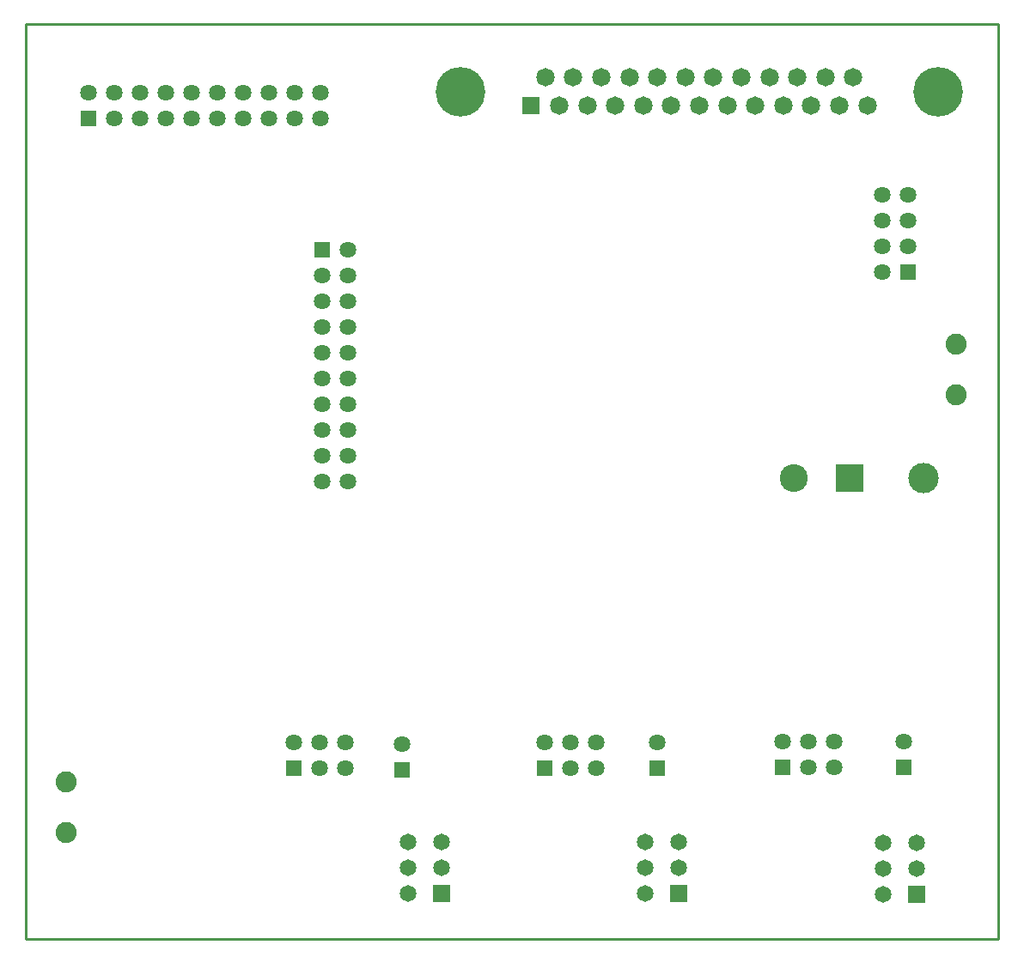
<source format=gbs>
G04*
G04 #@! TF.GenerationSoftware,Altium Limited,Altium Designer,18.1.9 (240)*
G04*
G04 Layer_Color=16711935*
%FSLAX44Y44*%
%MOMM*%
G71*
G01*
G75*
%ADD14C,0.2540*%
%ADD32C,1.8170*%
%ADD33R,1.8170X1.8170*%
%ADD34C,4.8870*%
%ADD35R,1.6270X1.6270*%
%ADD36C,1.6270*%
%ADD37C,1.6510*%
%ADD38R,1.6510X1.6510*%
%ADD39R,1.6270X1.6270*%
%ADD40C,2.0770*%
%ADD41C,3.0000*%
%ADD42C,2.7500*%
%ADD43R,2.7500X2.7500*%
D14*
Y902292D01*
X958596D01*
X958596Y0D01*
X0D02*
X958596D01*
D32*
X829575Y821600D02*
D03*
X815770Y850000D02*
D03*
X801965Y821600D02*
D03*
X788160Y850000D02*
D03*
X774355Y821600D02*
D03*
X760550Y850000D02*
D03*
X746745Y821600D02*
D03*
X732940Y850000D02*
D03*
X719135Y821600D02*
D03*
X705330Y850000D02*
D03*
X691525Y821600D02*
D03*
X677720Y850000D02*
D03*
X663915Y821600D02*
D03*
X650110Y850000D02*
D03*
X636305Y821600D02*
D03*
X622500Y850000D02*
D03*
X608695Y821600D02*
D03*
X594890Y850000D02*
D03*
X581085Y821600D02*
D03*
X567280Y850000D02*
D03*
X553475Y821600D02*
D03*
X539670Y850000D02*
D03*
X525865Y821600D02*
D03*
X512060Y850000D02*
D03*
D33*
X498255Y821600D02*
D03*
D34*
X428655Y835800D02*
D03*
X899175D02*
D03*
D35*
X292308Y679800D02*
D03*
X371300Y166250D02*
D03*
X622500Y168600D02*
D03*
X869400Y657400D02*
D03*
X865000Y169000D02*
D03*
D36*
X292308Y654400D02*
D03*
Y629000D02*
D03*
Y603600D02*
D03*
Y578200D02*
D03*
Y552800D02*
D03*
Y527400D02*
D03*
Y502000D02*
D03*
Y476600D02*
D03*
Y451200D02*
D03*
X317708Y679800D02*
D03*
Y654400D02*
D03*
Y629000D02*
D03*
Y603600D02*
D03*
Y578200D02*
D03*
Y552800D02*
D03*
Y527400D02*
D03*
Y502000D02*
D03*
Y476600D02*
D03*
Y451200D02*
D03*
X371300Y191650D02*
D03*
X796800Y194400D02*
D03*
Y169000D02*
D03*
X771400Y194400D02*
D03*
Y169000D02*
D03*
X746000Y194400D02*
D03*
X290800Y835000D02*
D03*
X265400D02*
D03*
X240000D02*
D03*
X214600D02*
D03*
X189200D02*
D03*
X163800D02*
D03*
X138400D02*
D03*
X113000D02*
D03*
X87600D02*
D03*
X62200D02*
D03*
X290800Y809600D02*
D03*
X265400D02*
D03*
X240000D02*
D03*
X214600D02*
D03*
X189200D02*
D03*
X163800D02*
D03*
X138400D02*
D03*
X113000D02*
D03*
X87600D02*
D03*
X263900Y193400D02*
D03*
X289300Y168000D02*
D03*
Y193400D02*
D03*
X314700Y168000D02*
D03*
Y193400D02*
D03*
X511700D02*
D03*
X537100Y168000D02*
D03*
Y193400D02*
D03*
X562500Y168000D02*
D03*
Y193400D02*
D03*
X622500Y194000D02*
D03*
X869400Y682800D02*
D03*
Y708200D02*
D03*
Y733600D02*
D03*
X844000Y657400D02*
D03*
Y682800D02*
D03*
Y708200D02*
D03*
Y733600D02*
D03*
X865000Y194400D02*
D03*
D37*
X610740Y95400D02*
D03*
Y70000D02*
D03*
Y44600D02*
D03*
X643760Y95400D02*
D03*
Y70000D02*
D03*
X376980Y95900D02*
D03*
Y70500D02*
D03*
Y45100D02*
D03*
X410000Y95900D02*
D03*
Y70500D02*
D03*
X877847Y69500D02*
D03*
Y94900D02*
D03*
X844827Y44100D02*
D03*
Y69500D02*
D03*
Y94900D02*
D03*
D38*
X643760Y44600D02*
D03*
X410000Y45100D02*
D03*
X877847Y44100D02*
D03*
D39*
X746000Y169000D02*
D03*
X62200Y809600D02*
D03*
X263900Y168000D02*
D03*
X511700D02*
D03*
D40*
X40000Y105000D02*
D03*
Y155000D02*
D03*
X917250Y586580D02*
D03*
Y536580D02*
D03*
D41*
X884778Y454502D02*
D03*
D42*
X756778D02*
D03*
D43*
X811778D02*
D03*
M02*

</source>
